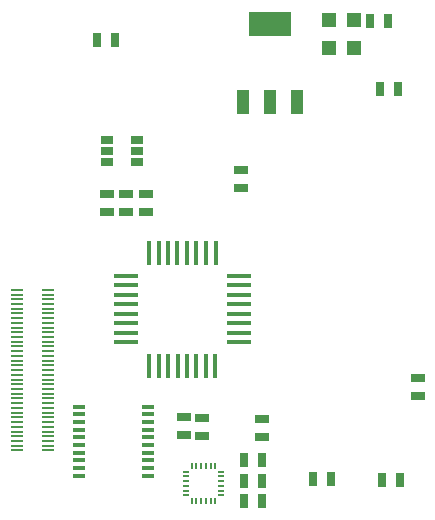
<source format=gtp>
G04 (created by PCBNEW (2013-07-07 BZR 4022)-stable) date 9/14/2015 5:12:49 PM*
%MOIN*%
G04 Gerber Fmt 3.4, Leading zero omitted, Abs format*
%FSLAX34Y34*%
G01*
G70*
G90*
G04 APERTURE LIST*
%ADD10C,0.00590551*%
%ADD11R,0.039X0.012*%
%ADD12R,0.0177X0.0787*%
%ADD13R,0.0787X0.0177*%
%ADD14R,0.0394X0.0276*%
%ADD15R,0.144X0.08*%
%ADD16R,0.04X0.08*%
%ADD17R,0.025X0.045*%
%ADD18R,0.045X0.025*%
%ADD19R,0.00905512X0.023622*%
%ADD20R,0.023622X0.00905512*%
%ADD21R,0.0472X0.0472*%
%ADD22R,0.0448X0.0078*%
G04 APERTURE END LIST*
G54D10*
G54D11*
X29996Y-32240D03*
X29996Y-32496D03*
X29996Y-32752D03*
X29996Y-33008D03*
X29996Y-33264D03*
X29996Y-33520D03*
X29996Y-33776D03*
X29996Y-34032D03*
X32293Y-34032D03*
X32293Y-33776D03*
X32293Y-33520D03*
X32293Y-33264D03*
X32293Y-33008D03*
X32293Y-32752D03*
X32293Y-32496D03*
X32293Y-32240D03*
X29996Y-34288D03*
X29996Y-34544D03*
X32293Y-34288D03*
X32293Y-34544D03*
G54D12*
X34533Y-30869D03*
X34218Y-30869D03*
X33903Y-30869D03*
X33588Y-30869D03*
X33273Y-30869D03*
X32958Y-30869D03*
X32643Y-30869D03*
X32328Y-30869D03*
X32330Y-27103D03*
X34540Y-27103D03*
X34220Y-27103D03*
X33900Y-27103D03*
X33590Y-27103D03*
X33270Y-27103D03*
X32960Y-27103D03*
X32640Y-27103D03*
G54D13*
X31540Y-30085D03*
X31540Y-29771D03*
X31540Y-29455D03*
X31540Y-29141D03*
X31540Y-28825D03*
X31540Y-28511D03*
X31540Y-28195D03*
X31540Y-27881D03*
X35320Y-30083D03*
X35320Y-29773D03*
X35320Y-29453D03*
X35320Y-29143D03*
X35320Y-28833D03*
X35320Y-28513D03*
X35320Y-28193D03*
X35320Y-27873D03*
G54D14*
X31925Y-23337D03*
X31925Y-23712D03*
X31925Y-24087D03*
X30925Y-24087D03*
X30925Y-23712D03*
X30925Y-23337D03*
G54D15*
X36367Y-19502D03*
G54D16*
X36367Y-22102D03*
X37267Y-22102D03*
X35467Y-22102D03*
G54D17*
X35493Y-34024D03*
X36093Y-34024D03*
X30575Y-20022D03*
X31175Y-20022D03*
G54D18*
X36095Y-33262D03*
X36095Y-32662D03*
X41292Y-31896D03*
X41292Y-31296D03*
G54D17*
X35491Y-35381D03*
X36091Y-35381D03*
G54D18*
X35386Y-24341D03*
X35386Y-24941D03*
G54D17*
X36103Y-34734D03*
X35503Y-34734D03*
X40694Y-34685D03*
X40094Y-34685D03*
X38380Y-34652D03*
X37780Y-34652D03*
G54D18*
X34103Y-33205D03*
X34103Y-32605D03*
G54D17*
X40635Y-21652D03*
X40035Y-21652D03*
X40290Y-19374D03*
X39690Y-19374D03*
G54D18*
X33473Y-32584D03*
X33473Y-33184D03*
X30918Y-25157D03*
X30918Y-25757D03*
X31569Y-25157D03*
X31569Y-25757D03*
X32227Y-25157D03*
X32227Y-25757D03*
G54D19*
X33746Y-35393D03*
X33903Y-35393D03*
X34061Y-35393D03*
X34218Y-35393D03*
X34376Y-35393D03*
X34533Y-35393D03*
G54D20*
X34730Y-35196D03*
X34730Y-35038D03*
X34730Y-34881D03*
X34730Y-34723D03*
X34730Y-34566D03*
X34730Y-34408D03*
G54D19*
X34533Y-34211D03*
X34376Y-34211D03*
X34218Y-34211D03*
X34061Y-34211D03*
X33903Y-34211D03*
X33746Y-34211D03*
G54D20*
X33549Y-34408D03*
X33549Y-34566D03*
X33549Y-34723D03*
X33549Y-34881D03*
X33549Y-35038D03*
X33549Y-35196D03*
G54D21*
X39157Y-20298D03*
X38331Y-20298D03*
X39157Y-19367D03*
X38331Y-19367D03*
G54D22*
X27924Y-33700D03*
X28963Y-33700D03*
X27924Y-33542D03*
X28963Y-33542D03*
X27924Y-33385D03*
X28963Y-33385D03*
X27924Y-33227D03*
X28963Y-33227D03*
X27924Y-33070D03*
X28963Y-33070D03*
X27924Y-32912D03*
X28963Y-32912D03*
X27924Y-32755D03*
X28963Y-32755D03*
X27924Y-32597D03*
X28963Y-32597D03*
X27924Y-32440D03*
X28963Y-32440D03*
X27924Y-32282D03*
X28963Y-32282D03*
X27924Y-32125D03*
X28963Y-32125D03*
X27924Y-31967D03*
X28963Y-31967D03*
X27924Y-31810D03*
X28963Y-31810D03*
X27924Y-31652D03*
X28963Y-31652D03*
X27924Y-31495D03*
X28963Y-31495D03*
X27924Y-31337D03*
X28963Y-31337D03*
X27924Y-31180D03*
X28963Y-31180D03*
X27924Y-31022D03*
X28963Y-31022D03*
X27924Y-30865D03*
X28963Y-30865D03*
X27924Y-30707D03*
X28963Y-30707D03*
X27924Y-30550D03*
X28963Y-30550D03*
X27924Y-30392D03*
X28963Y-30392D03*
X27924Y-30235D03*
X28963Y-30235D03*
X27924Y-30078D03*
X28963Y-30078D03*
X27924Y-29920D03*
X28963Y-29920D03*
X27924Y-29763D03*
X28963Y-29763D03*
X27924Y-29605D03*
X28963Y-29605D03*
X27924Y-29448D03*
X28963Y-29448D03*
X27924Y-29290D03*
X28963Y-29290D03*
X27924Y-29133D03*
X28963Y-29133D03*
X27924Y-28975D03*
X28963Y-28975D03*
X27924Y-28818D03*
X28963Y-28818D03*
X27924Y-28660D03*
X28963Y-28660D03*
X27924Y-28503D03*
X28963Y-28503D03*
X27924Y-28345D03*
X28963Y-28345D03*
M02*

</source>
